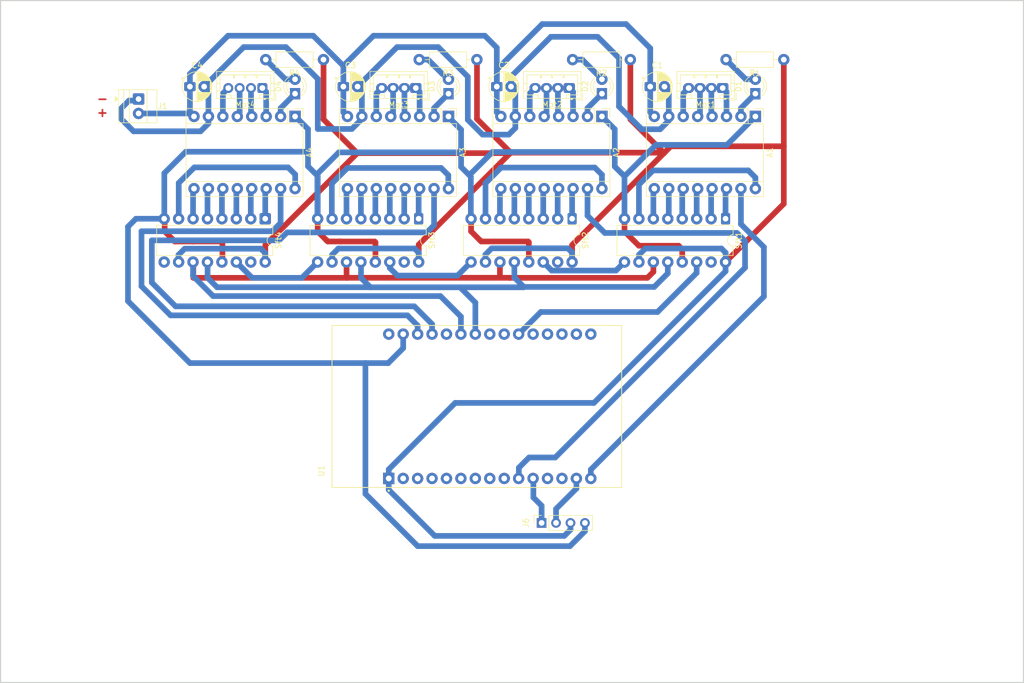
<source format=kicad_pcb>
(kicad_pcb (version 20241229) (generator "pcbnew") (generator_version "9.0")
  (layers (0 "F.Cu" signal) (2 "B.Cu" signal) (13 "F.Paste" user) (15 "B.Paste" user) (5 "F.SilkS" user "F.Silkscreen") (7 "B.SilkS" user "B.Silkscreen") (1 "F.Mask" user) (3 "B.Mask" user) (25 "Edge.Cuts" user))
  (net 0 "")
  (net 1 "GND")
  (net 5 "Net-(A1-~{FLT})")
  (net 6 "+3.3V")
  (net 13 "Net-(A2-~{FLT})")
  (net 15 "M1_SLP")
  (net 23 "M1_DIR")
  (net 24 "+12V")
  (net 25 "STP1")
  (net 26 "Net-(A1-B2)")
  (net 27 "M1_M2")
  (net 28 "I2C_SDA")
  (net 29 "I2C_SCL")
  (net 30 "M1_M1")
  (net 31 "M1_RST")
  (net 32 "M1_EN")
  (net 33 "M1_M0")
  (net 34 "M2_RST")
  (net 35 "M2_SLP")
  (net 36 "M2_M2")
  (net 37 "M2_DIR")
  (net 38 "M2_M0")
  (net 39 "M2_M1")
  (net 40 "Net-(A1-B1)")
  (net 41 "-12V")
  (net 42 "Net-(A1-A2)")
  (net 43 "Net-(A1-A1)")
  (net 44 "M2_EN")
  (net 45 "SER")
  (net 46 "Net-(A2-A1)")
  (net 47 "Net-(A3-B1)")
  (net 48 "Net-(A3-~{FLT})")
  (net 49 "Net-(A2-B2)")
  (net 50 "Net-(A3-A2)")
  (net 51 "Net-(A2-B1)")
  (net 52 "Net-(A2-A2)")
  (net 53 "M3_RST")
  (net 54 "Net-(A3-A1)")
  (net 55 "Net-(Sft1-QH')")
  (net 56 "M3_DIR")
  (net 57 "M3_M1")
  (net 58 "Net-(A3-B2)")
  (net 59 "STP3")
  (net 60 "M3_M0")
  (net 61 "M3_M2")
  (net 62 "M3_SLP")
  (net 63 "M3_EN")
  (net 64 "M4_M1")
  (net 65 "M4_EN")
  (net 66 "M4_M2")
  (net 67 "Net-(A4-A1)")
  (net 68 "STP4")
  (net 69 "Net-(D1-A)")
  (net 70 "Net-(D2-A)")
  (net 71 "Net-(A4-B2)")
  (net 72 "M4_DIR")
  (net 73 "RCLK")
  (net 74 "SRCLK")
  (net 76 "M4_M0")
  (net 77 "M4_SLP")
  (net 78 "Net-(A4-~{FLT})")
  (net 79 "Net-(A4-A2)")
  (net 80 "M4_RST")
  (net 81 "Net-(A4-B1)")
  (net 83 "Net-(D3-A)")
  (net 84 "Net-(D4-A)")
  (net 86 "Net-(Sft2-QH')")
  (net 88 "STP2")
  (net 89 "Net-(Sft3-QH')")
  (footprint "Capacitor_THT:CP_Radial_D5.0mm_P2.50mm" (layer "F.Cu") (at 99.72 49.74)
    (property "Reference" "C3")
    (property "Value" "100µF")
  )
  (footprint "Module:Pololu_Breakout-16_15.2x20.3mm" (layer "F.Cu") (at 172.22 54.99 -90)
    (property "Reference" "A1")
    (property "Value" "Drv1")
  )
  (footprint "Library:MODULE_ESP32_DEVKIT_V1" (layer "F.Cu") (at 123.22 105.99 90)
    (property "Reference" "U1")
    (property "Value" "ESP32-DEVKIT-V1")
  )
  (footprint "Resistor_THT:R_Axial_DIN0207_L6.3mm_D2.5mm_P10.16mm_Horizontal" (layer "F.Cu") (at 177.22 44.99 180)
    (property "Reference" "R1")
    (property "Value" "65")
  )
  (footprint "Package_DIP:DIP-16_W7.62mm" (layer "F.Cu") (at 85.97 72.99 -90)
    (property "Reference" "Sft4")
    (property "Value" "74HC596")
  )
  (footprint "LED_THT:LED_D3.0mm" (layer "F.Cu") (at 145.22 50.99 90)
    (property "Reference" "D2")
    (property "Value" "LED")
  )
  (footprint "Module:Pololu_Breakout-16_15.2x20.3mm" (layer "F.Cu") (at 118.22 54.99 -90)
    (property "Reference" "A3")
    (property "Value" "Drv1")
  )
  (footprint "Connector_JST:JST_PH_B4B-PH-K_1x04_P2.00mm_Vertical" (layer "F.Cu") (at 139.47 49.99 180)
    (property "Reference" "Mot2")
    (property "Value" "Conn_01x04_Socket")
  )
  (footprint "Resistor_THT:R_Axial_DIN0207_L6.3mm_D2.5mm_P10.16mm_Horizontal" (layer "F.Cu") (at 96.22 44.99 180)
    (property "Reference" "R4")
    (property "Value" "65")
  )
  (footprint "Capacitor_THT:CP_Radial_D5.0mm_P2.50mm" (layer "F.Cu") (at 126.72 49.74)
    (property "Reference" "C2")
    (property "Value" "100µF")
  )
  (footprint "LED_THT:LED_D3.0mm" (layer "F.Cu") (at 118.22 50.99 90)
    (property "Reference" "D3")
    (property "Value" "LED")
  )
  (footprint "Resistor_THT:R_Axial_DIN0207_L6.3mm_D2.5mm_P10.16mm_Horizontal" (layer "F.Cu") (at 123.22 44.99 180)
    (property "Reference" "R3")
    (property "Value" "65")
  )
  (footprint "LED_THT:LED_D3.0mm" (layer "F.Cu") (at 172.22 50.99 90)
    (property "Reference" "D1")
    (property "Value" "LED")
  )
  (footprint "Connector_JST:JST_PH_B4B-PH-K_1x04_P2.00mm_Vertical" (layer "F.Cu") (at 166.47 49.99 180)
    (property "Reference" "Mot1")
    (property "Value" "Conn_01x04_Socket")
  )
  (footprint "Connector_PinSocket_2.54mm:PinSocket_1x04_P2.54mm_Vertical" (layer "F.Cu") (at 134.605 126.515 90)
    (property "Reference" "J6")
    (property "Value" "OLED Display I2C")
  )
  (footprint "Resistor_THT:R_Axial_DIN0207_L6.3mm_D2.5mm_P10.16mm_Horizontal" (layer "F.Cu") (at 150.22 44.99 180)
    (property "Reference" "R2")
    (property "Value" "65")
  )
  (footprint "Connector_JST:JST_PH_B4B-PH-K_1x04_P2.00mm_Vertical" (layer "F.Cu") (at 85.47 49.99 180)
    (property "Reference" "Mot4")
    (property "Value" "Conn_01x04_Socket")
  )
  (footprint "Package_DIP:DIP-16_W7.62mm" (layer "F.Cu") (at 112.97 72.99 -90)
    (property "Reference" "Sft3")
    (property "Value" "74HC596")
  )
  (footprint "Package_DIP:DIP-16_W7.62mm" (layer "F.Cu") (at 166.97 72.99 -90)
    (property "Reference" "Sft1")
    (property "Value" "74HC596")
  )
  (footprint "Connector_JST:JST_PH_B4B-PH-K_1x04_P2.00mm_Vertical" (layer "F.Cu") (at 112.47 49.99 180)
    (property "Reference" "Mot3")
    (property "Value" "Conn_01x04_Socket")
  )
  (footprint "Module:Pololu_Breakout-16_15.2x20.3mm" (layer "F.Cu") (at 91.22 54.99 -90)
    (property "Reference" "A4")
    (property "Value" "Drv1")
  )
  (footprint "Package_DIP:DIP-16_W7.62mm" (layer "F.Cu") (at 139.97 72.99 -90)
    (property "Reference" "Sft2")
    (property "Value" "74HC596")
  )
  (footprint "LED_THT:LED_D3.0mm" (layer "F.Cu") (at 91.22 50.99 90)
    (property "Reference" "D4")
    (property "Value" "LED")
  )
  (footprint "Module:Pololu_Breakout-16_15.2x20.3mm" (layer "F.Cu") (at 145.22 54.99 -90)
    (property "Reference" "A2")
    (property "Value" "Drv1")
  )
  (footprint "Capacitor_THT:CP_Radial_D5.0mm_P2.50mm" (layer "F.Cu") (at 153.72 49.74)
    (property "Reference" "C1")
    (property "Value" "100µF")
  )
  (footprint "Capacitor_THT:CP_Radial_D5.0mm_P2.50mm" (layer "F.Cu") (at 72.72 49.74)
    (property "Reference" "C4")
    (property "Value" "100µF")
  )
  (footprint "TerminalBlock:TerminalBlock_Xinya_XY308-2.54-2P_1x02_P2.54mm_Horizontal" (layer "F.Cu") (at 63.6825 51.925 -90)
    (property "Reference" "J1")
    (property "Value" "12 Power Supply Input")
  )
  (gr_rect (start 39.4 34.6) (end 219.4 154.6) (stroke (width 0.2)) (fill no) (layer "Edge.Cuts"))
  (gr_text "+\n-" (at 56.2 51.2 180) (layer "F.Cu") (effects (font (size 1.5 1.5) (thickness 0.3) (bold yes)) (justify left bottom mirror)))
  (segment (start 96.743784 76.767309) (end 96.753784 76.767309) (width 1) (layer "F.Cu") (net 1))
  (segment (start 69.819843 76.752913) (end 69.829843 76.752913) (width 1) (layer "F.Cu") (net 1))
  (segment (start 96.976475 76.99) (end 99.22 76.99) (width 1) (layer "F.Cu") (net 1))
  (segment (start 132.35531 77.12531) (end 132.35531 80.615309) (width 1) (layer "F.Cu") (net 1))
  (segment (start 122.19531 72.995309) (end 122.19531 75.215309) (width 1) (layer "F.Cu") (net 1))
  (segment (start 150.73 76.75) (end 150.74 76.75) (width 1) (layer "F.Cu") (net 1))
  (segment (start 95.203784 75.227309) (end 96.743784 76.767309) (width 1) (layer "F.Cu") (net 1))
  (segment (start 70.06693 76.99) (end 73.22 76.99) (width 1) (layer "F.Cu") (net 1))
  (segment (start 69.829843 76.752913) (end 70.06693 76.99) (width 1) (layer "F.Cu") (net 1))
  (segment (start 99.232 77.002) (end 105.228474 77.002) (width 1) (layer "F.Cu") (net 1))
  (segment (start 149.19 72.99) (end 149.19 75.21) (width 1) (layer "F.Cu") (net 1))
  (segment (start 68.279843 75.212913) (end 69.819843 76.752913) (width 1) (layer "F.Cu") (net 1))
  (segment (start 105.363784 77.13731) (end 105.363784 80.627309) (width 1) (layer "F.Cu") (net 1))
  (segment (start 149.19 75.21) (end 150.73 76.75) (width 1) (layer "F.Cu") (net 1))
  (segment (start 95.203784 73.007309) (end 95.203784 75.227309) (width 1) (layer "F.Cu") (net 1))
  (segment (start 105.228474 77.002) (end 105.363784 77.13731) (width 1) (layer "F.Cu") (net 1))
  (segment (start 150.74 76.75) (end 151.73 77.74) (width 1) (layer "F.Cu") (net 1))
  (segment (start 78.439843 77.122914) (end 78.439843 80.612913) (width 1) (layer "F.Cu") (net 1))
  (segment (start 99.22 76.99) (end 99.232 77.002) (width 1) (layer "F.Cu") (net 1))
  (segment (start 158.72 77.74) (end 151.73 77.74) (width 1) (layer "F.Cu") (net 1))
  (segment (start 123.74531 76.755309) (end 123.980001 76.99) (width 1) (layer "F.Cu") (net 1))
  (segment (start 159.35 78.37) (end 158.72 77.74) (width 1) (layer "F.Cu") (net 1))
  (segment (start 132.22 76.99) (end 132.35531 77.12531) (width 1) (layer "F.Cu") (net 1))
  (segment (start 122.19531 75.215309) (end 123.73531 76.755309) (width 1) (layer "F.Cu") (net 1))
  (segment (start 73.22 76.99) (end 73.222396 76.987604) (width 1) (layer "F.Cu") (net 1))
  (segment (start 123.980001 76.99) (end 132.22 76.99) (width 1) (layer "F.Cu") (net 1))
  (segment (start 159.35 78.37) (end 159.35 80.61) (width 1) (layer "F.Cu") (net 1))
  (segment (start 123.73531 76.755309) (end 123.74531 76.755309) (width 1) (layer "F.Cu") (net 1))
  (segment (start 68.279843 72.992913) (end 68.279843 75.212913) (width 1) (layer "F.Cu") (net 1))
  (segment (start 73.222396 76.987604) (end 78.304533 76.987604) (width 1) (layer "F.Cu") (net 1))
  (segment (start 96.753784 76.767309) (end 96.976475 76.99) (width 1) (layer "F.Cu") (net 1))
  (segment (start 78.304533 76.987604) (end 78.439843 77.122914) (width 1) (layer "F.Cu") (net 1))
  (segment (start 93.496262 57.20798) (end 93.496262 61.202671) (width 1) (layer "B.Cu") (net 1))
  (segment (start 110.245 95.765) (end 110.245 93.29) (width 1) (layer "B.Cu") (net 1))
  (segment (start 122.151285 65.058715) (end 125.97 61.24) (width 1) (layer "B.Cu") (net 1))
  (segment (start 68.19 72.99) (end 63.22 72.99) (width 1) (layer "B.Cu") (net 1))
  (segment (start 122.151285 65.588917) (end 120.436595 63.874227) (width 1) (layer "B.Cu") (net 1))
  (segment (start 95.151285 73.058917) (end 95.151285 65.088917) (width 1) (layer "B.Cu") (net 1))
  (segment (start 147.47531 63.80531) (end 149.19 65.52) (width 1) (layer "B.Cu") (net 1))
  (segment (start 147.47531 61.24) (end 147.47531 63.80531) (width 1) (layer "B.Cu") (net 1))
  (segment (start 71.990952 61.202671) (end 93.496262 61.202671) (width 1) (layer "B.Cu") (net 1))
  (segment (start 167.22 59.99) (end 172.22 54.99) (width 1) (layer "B.Cu") (net 1))
  (segment (start 91.246262 54.95798) (end 93.496262 57.20798) (width 1) (layer "B.Cu") (net 1))
  (segment (start 103.6 98.39) (end 107.62 98.39) (width 1) (layer "B.Cu") (net 1))
  (segment (start 68.210952 72.952671) (end 68.210952 64.982671) (width 1) (layer "B.Cu") (net 1))
  (segment (start 145.22531 54.995309) (end 147.47531 57.245309) (width 1) (layer "B.Cu") (net 1))
  (segment (start 95.151285 65.088917) (end 98.931285 61.308917) (width 1) (layer "B.Cu") (net 1))
  (segment (start 95.210952 65.482671) (end 93.496262 63.767981) (width 1) (layer "B.Cu") (net 1))
  (segment (start 122.151285 73.058917) (end 122.151285 65.588917) (width 1) (layer "B.Cu") (net 1))
  (segment (start 95.210952 72.952671) (end 95.210952 65.482671) (width 1) (layer "B.Cu") (net 1))
  (segment (start 103.6 121.4) (end 103.6 98.39) (width 1) (layer "B.Cu") (net 1))
  (segment (start 112.8 130.6) (end 103.6 121.4) (width 1) (layer "B.Cu") (net 1))
  (segment (start 142.225 126.515) (end 142.225 127.975) (width 1) (layer "B.Cu") (net 1))
  (segment (start 139.6 130.6) (end 112.8 130.6) (width 1) (layer "B.Cu") (net 1))
  (segment (start 72.72153 98.39) (end 103.6 98.39) (width 1) (layer "B.Cu") (net 1))
  (segment (start 107.62 98.39) (end 110.245 95.765) (width 1) (layer "B.Cu") (net 1))
  (segment (start 125.97 61.24) (end 147.47531 61.24) (width 1) (layer "B.Cu") (net 1))
  (segment (start 142.225 127.975) (end 139.6 130.6) (width 1) (layer "B.Cu") (net 1))
  (segment (start 68.210952 64.982671) (end 71.990952 61.202671) (width 1) (layer "B.Cu") (net 1))
  (segment (start 63.22 72.99) (end 61.82 74.39) (width 1) (layer "B.Cu") (net 1))
  (segment (start 120.436595 63.874227) (end 120.436595 61.308917) (width 1) (layer "B.Cu") (net 1))
  (segment (start 61.82 87.48847) (end 72.72153 98.39) (width 1) (layer "B.Cu") (net 1))
  (segment (start 149.19 65.52) (end 154.72 59.99) (width 1) (layer "B.Cu") (net 1))
  (segment (start 154.72 59.99) (end 167.22 59.99) (width 1) (layer "B.Cu") (net 1))
  (segment (start 98.931285 61.308917) (end 120.436595 61.308917) (width 1) (layer "B.Cu") (net 1))
  (segment (start 147.47531 57.245309) (end 147.47531 61.24) (width 1) (layer "B.Cu") (net 1))
  (segment (start 61.82 74.39) (end 61.82 87.48847) (width 1) (layer "B.Cu") (net 1))
  (segment (start 93.496262 63.767981) (end 93.496262 61.202671) (width 1) (layer "B.Cu") (net 1))
  (segment (start 118.186595 55.064226) (end 120.436595 57.314226) (width 1) (layer "B.Cu") (net 1))
  (segment (start 122.19 72.99) (end 122.151285 72.951285) (width 1) (layer "B.Cu") (net 1))
  (segment (start 120.436595 57.314226) (end 120.436595 61.308917) (width 1) (layer "B.Cu") (net 1))
  (segment (start 149.19 72.99) (end 149.19 65.52) (width 1) (layer "B.Cu") (net 1))
  (segment (start 172.22 50.99) (end 169.68 53.53) (width 1) (layer "B.Cu") (net 5))
  (segment (start 169.68 53.53) (end 169.68 54.99) (width 1) (layer "B.Cu") (net 5))
  (segment (start 129.166317 61.361784) (end 112.981317 77.546784) (width 1) (layer "F.Cu") (net 6))
  (segment (start 123.231317 55.426784) (end 129.166317 61.361784) (width 1) (layer "F.Cu") (net 6))
  (segment (start 177.22 60.24) (end 177.22 44.99) (width 1) (layer "F.Cu") (net 6))
  (segment (start 156.091784 61.361784) (end 156.155 61.425) (width 1) (layer "F.Cu") (net 6))
  (segment (start 129.08115 61.446951) (end 129.166317 61.361784) (width 1) (layer "F.Cu") (net 6))
  (segment (start 96.231055 55.511951) (end 102.166055 61.446951) (width 1) (layer "F.Cu") (net 6))
  (segment (start 112.981317 77.546784) (end 112.981317 80.546784) (width 1) (layer "F.Cu") (net 6))
  (segment (start 157.34 60.24) (end 177.22 60.24) (width 1) (layer "F.Cu") (net 6))
  (segment (start 156.155 61.425) (end 139.97 77.61) (width 1) (layer "F.Cu") (net 6))
  (segment (start 85.981055 77.631951) (end 85.981055 80.631951) (width 1) (layer "F.Cu") (net 6))
  (segment (start 139.97 77.61) (end 139.97 80.61) (width 1) (layer "F.Cu") (net 6))
  (segment (start 166.97 80.61) (end 177.22 70.36) (width 1) (layer "F.Cu") (net 6))
  (segment (start 129.166317 61.361784) (end 156.091784 61.361784) (width 1) (layer "F.Cu") (net 6))
  (segment (start 177.22 70.36) (end 177.22 60.24) (width 1) (layer "F.Cu") (net 6))
  (segment (start 150.22 55.49) (end 156.155 61.425) (width 1) (layer "F.Cu") (net 6))
  (segment (start 96.231055 45.011951) (end 96.231055 55.511951) (width 1) (layer "F.Cu") (net 6))
  (segment (start 150.22 44.99) (end 150.22 55.49) (width 1) (layer "F.Cu") (net 6))
  (segment (start 102.166055 61.446951) (end 129.08115 61.446951) (width 1) (layer "F.Cu") (net 6))
  (segment (start 156.155 61.425) (end 157.34 60.24) (width 1) (layer "F.Cu") (net 6))
  (segment (start 123.231317 44.926784) (end 123.231317 55.426784) (width 1) (layer "F.Cu") (net 6))
  (segment (start 102.166055 61.446951) (end 85.981055 77.631951) (width 1) (layer "F.Cu") (net 6))
  (segment (start 70.71137 80.679432) (end 70.71137 79.349432) (width 1) (layer "B.Cu") (net 6))
  (segment (start 97.749612 79.317121) (end 98.839612 78.227121) (width 1) (layer "B.Cu") (net 6))
  (segment (start 124.73 80.61) (end 124.73 79.28) (width 1) (layer "B.Cu") (net 6))
  (segment (start 139.97 78.94) (end 139.97 80.61) (width 1) (layer "B.Cu") (net 6))
  (segment (start 151.752817 79.321906) (end 152.842817 78.231906) (width 1) (layer "B.Cu") (net 6))
  (segment (start 70.71137 79.349432) (end 71.80137 78.259432) (width 1) (layer "B.Cu") (net 6))
  (segment (start 166.242817 78.231906) (end 166.992817 78.981906) (width 1) (layer "B.Cu") (net 6))
  (segment (start 112.989612 78.977121) (end 112.989612 80.647121) (width 1) (layer "B.Cu") (net 6))
  (segment (start 138.6 128.8) (end 115.8 128.8) (width 1) (layer "B.Cu") (net 6))
  (segment (start 98.839612 78.227121) (end 112.239612 78.227121) (width 1) (layer "B.Cu") (net 6))
  (segment (start 115.8 128.8) (end 107.705 120.705) (width 1) (layer "B.Cu") (net 6))
  (segment (start 97.749612 80.647121) (end 97.749612 79.317121) (width 1) (layer "B.Cu") (net 6))
  (segment (start 107.705 118.69) (end 107.705 117.095) (width 1) (layer "B.Cu") (net 6))
  (segment (start 125.82 78.19) (end 139.22 78.19) (width 1) (layer "B.Cu") (net 6))
  (segment (start 124.73 79.28) (end 125.82 78.19) (width 1) (layer "B.Cu") (net 6))
  (segment (start 166.97 82.23) (end 166.97 80.61) (width 1) (layer "B.Cu") (net 6))
  (segment (start 119.4 105.4) (end 143.8 105.4) (width 1) (layer "B.Cu") (net 6))
  (segment (start 71.80137 78.259432) (end 85.20137 78.259432) (width 1) (layer "B.Cu") (net 6))
  (segment (start 152.842817 78.231906) (end 166.242817 78.231906) (width 1) (layer "B.Cu") (net 6))
  (segment (start 139.22 78.19) (end 139.97 78.94) (width 1) (layer "B.Cu") (net 6))
  (segment (start 85.95137 79.009432) (end 85.95137 80.679432) (width 1) (layer "B.Cu") (net 6))
  (segment (start 112.239612 78.227121) (end 112.989612 78.977121) (width 1) (layer "B.Cu") (net 6))
  (segment (start 139.685 126.515) (end 139.685 127.715) (width 1) (layer "B.Cu") (net 6))
  (segment (start 151.752817 80.651906) (end 151.752817 79.321906) (width 1) (layer "B.Cu") (net 6))
  (segment (start 166.992817 78.981906) (end 166.992817 80.651906) (width 1) (layer "B.Cu") (net 6))
  (segment (start 143.8 105.4) (end 166.97 82.23) (width 1) (layer "B.Cu") (net 6))
  (segment (start 107.705 117.095) (end 119.4 105.4) (width 1) (layer "B.Cu") (net 6))
  (segment (start 85.20137 78.259432) (end 85.95137 79.009432) (width 1) (layer "B.Cu") (net 6))
  (segment (start 139.685 127.715) (end 138.6 128.8) (width 1) (layer "B.Cu") (net 6))
  (segment (start 107.705 120.705) (end 107.705 118.69) (width 1) (layer "B.Cu") (net 6))
  (segment (start 142.68 53.53) (end 142.68 54.99) (width 1) (layer "B.Cu") (net 13))
  (segment (start 145.22 50.99) (end 142.68 53.53) (width 1) (layer "B.Cu") (net 13))
  (segment (start 166.97 72.99) (end 166.97 67.86) (width 1) (layer "B.Cu") (net 15))
  (segment (start 166.97 67.86) (end 167.14 67.69) (width 1) (layer "B.Cu") (net 15))
  (segment (start 172.22 65.74) (end 172.22 67.69) (width 1) (layer "B.Cu") (net 23))
  (segment (start 170.97 64.49) (end 172.22 65.74) (width 1) (layer "B.Cu") (net 23))
  (segment (start 151.73 72.99) (end 151.73 66.98) (width 1) (layer "B.Cu") (net 23))
  (segment (start 151.73 66.98) (end 154.22 64.49) (width 1) (layer "B.Cu") (net 23))
  (segment (start 154.22 64.49) (end 170.97 64.49) (width 1) (layer "B.Cu") (net 23))
  (segment (start 154.44 54.99) (end 153.72 54.27) (width 1) (layer "B.Cu") (net 24))
  (segment (start 99.72 49.74) (end 99.72 54.27) (width 1) (layer "B.Cu") (net 24))
  (segment (start 126.72 46.74) (end 126.72 49.74) (width 1) (layer "B.Cu") (net 24))
  (segment (start 99.72 46.09) (end 99.72 49.74) (width 1) (layer "B.Cu") (net 24))
  (segment (start 126.72 42.89) (end 124.62 40.79) (width 1) (layer "B.Cu") (net 24))
  (segment (start 126.72 49.74) (end 126.72 54.27) (width 1) (layer "B.Cu") (net 24))
  (segment (start 72.72 49.74) (end 72.72 54.27) (width 1) (layer "B.Cu") (net 24))
  (segment (start 153.72 54.27) (end 153.72 49.74) (width 1) (layer "B.Cu") (net 24))
  (segment (start 124.62 40.79) (end 105.02 40.79) (width 1) (layer "B.Cu") (net 24))
  (segment (start 149.47 38.74) (end 134.72 38.74) (width 1) (layer "B.Cu") (net 24))
  (segment (start 94.42 40.79) (end 99.72 46.09) (width 1) (layer "B.Cu") (net 24))
  (segment (start 79.42 40.79) (end 94.42 40.79) (width 1) (layer "B.Cu") (net 24))
  (segment (start 134.72 38.74) (end 126.72 46.74) (width 1) (layer "B.Cu") (net 24))
  (segment (start 63.6825 54.465) (end 72.915 54.465) (width 1) (layer "B.Cu") (net 24))
  (segment (start 72.72 49.74) (end 72.72 47.49) (width 1) (layer "B.Cu") (net 24))
  (segment (start 105.02 40.79) (end 99.72 46.09) (width 1) (layer "B.Cu") (net 24))
  (segment (start 153.72 49.74) (end 153.72 42.99) (width 1) (layer "B.Cu") (net 24))
  (segment (start 72.72 47.49) (end 79.42 40.79) (width 1) (layer "B.Cu") (net 24))
  (segment (start 153.72 42.99) (end 149.47 38.74) (width 1) (layer "B.Cu") (net 24))
  (segment (start 72.72 54.27) (end 73.44 54.99) (width 1) (layer "B.Cu") (net 24))
  (segment (start 126.72 49.74) (end 126.72 42.89) (width 1) (layer "B.Cu") (net 24))
  (segment (start 99.72 54.27) (end 100.44 54.99) (width 1) (layer "B.Cu") (net 24))
  (segment (start 72.915 54.465) (end 73.44 54.99) (width 1) (layer "B.Cu") (net 24))
  (segment (start 126.72 54.27) (end 127.44 54.99) (width 1) (layer "B.Cu") (net 24))
  (segment (start 169.68 73.95) (end 173.72 77.99) (width 1) (layer "B.Cu") (net 25))
  (segment (start 143.265 117.135) (end 143.265 118.69) (width 1) (layer "B.Cu") (net 25))
  (segment (start 169.68 67.69) (end 169.68 73.95) (width 1) (layer "B.Cu") (net 25))
  (segment (start 173.72 77.99) (end 173.72 86.68) (width 1) (layer "B.Cu") (net 25))
  (segment (start 173.72 86.68) (end 143.265 117.135) (width 1) (layer "B.Cu") (net 25))
  (segment (start 159.52 54.99) (end 159.52 50.94) (width 1) (layer "B.Cu") (net 26))
  (segment (start 159.52 50.94) (end 160.47 49.99) (width 1) (layer "B.Cu") (net 26))
  (segment (start 161.89 67.86) (end 162.06 67.69) (width 1) (layer "B.Cu") (net 27))
  (segment (start 161.89 72.99) (end 161.89 67.86) (width 1) (layer "B.Cu") (net 27))
  (segment (start 133.155 122.04) (end 133.155 118.74) (width 1) (layer "B.Cu") (net 28))
  (segment (start 134.605 123.49) (end 133.155 122.04) (width 1) (layer "B.Cu") (net 28))
  (segment (start 133.155 118.74) (end 133.105 118.69) (width 1) (layer "B.Cu") (net 28))
  (segment (start 134.605 126.515) (end 134.605 123.49) (width 1) (layer "B.Cu") (net 28))
  (segment (start 140.725 118.69) (end 140.725 120.47) (width 1) (layer "B.Cu") (net 29))
  (segment (start 140.725 120.47) (end 137.145 124.05) (width 1) (layer "B.Cu") (net 29))
  (segment (start 137.145 124.05) (end 137.145 126.515) (width 1) (layer "B.Cu") (net 29))
  (segment (start 159.35 72.99) (end 159.35 67.86) (width 1) (layer "B.Cu") (net 30))
  (segment (start 159.35 67.86) (end 159.52 67.69) (width 1) (layer "B.Cu") (net 30))
  (segment (start 164.43 72.99) (end 164.43 67.86) (width 1) (layer "B.Cu") (net 31))
  (segment (start 164.43 67.86) (end 164.6 67.69) (width 1) (layer "B.Cu") (net 31))
  (segment (start 154.27 72.99) (end 154.27 67.86) (width 1) (layer "B.Cu") (net 32))
  (segment (start 154.27 67.86) (end 154.44 67.69) (width 1) (layer "B.Cu") (net 32))
  (segment (start 156.98 67.69) (end 156.98 72.82) (width 1) (layer "B.Cu") (net 33))
  (segment (start 156.98 72.82) (end 156.81 72.99) (width 1) (layer "B.Cu") (net 33))
  (segment (start 137.43 72.99) (end 137.43 67.86) (width 1) (layer "B.Cu") (net 34))
  (segment (start 137.43 67.86) (end 137.6 67.69) (width 1) (layer "B.Cu") (net 34))
  (segment (start 139.97 67.86) (end 140.14 67.69) (width 1) (layer "B.Cu") (net 35))
  (segment (start 139.97 72.99) (end 139.97 67.86) (width 1) (layer "B.Cu") (net 35))
  (segment (start 134.89 72.99) (end 134.89 67.86) (width 1) (layer "B.Cu") (net 36))
  (segment (start 134.89 67.86) (end 135.06 67.69) (width 1) (layer "B.Cu") (net 36))
  (segment (start 143.97 63.99) (end 145.22 65.24) (width 1) (layer "B.Cu") (net 37))
  (segment (start 145.22 65.24) (end 145.22 67.69) (width 1) (layer "B.Cu") (net 37))
  (segment (start 124.73 72.99) (end 124.73 66.73) (width 1) (layer "B.Cu") (net 37))
  (segment (start 127.47 63.99) (end 143.97 63.99) (width 1) (layer "B.Cu") (net 37))
  (segment (start 124.73 66.73) (end 127.47 63.99) (width 1) (layer "B.Cu") (net 37))
  (segment (start 129.81 67.86) (end 129.98 67.69) (width 1) (layer "B.Cu") (net 38))
  (segment (start 129.81 72.99) (end 129.81 67.86) (width 1) (layer "B.Cu") (net 38))
  (segment (start 132.35 67.86) (end 132.52 67.69) (width 1) (layer "B.Cu") (net 39))
  (segment (start 132.35 72.99) (end 132.35 67.86) (width 1) (layer "B.Cu") (net 39))
  (segment (start 162.47 49.99) (end 162.47 54.58) (width 1) (layer "B.Cu") (net 40))
  (segment (start 162.47 54.58) (end 162.06 54.99) (width 1) (layer "B.Cu") (net 40))
  (segment (start 148.22 53.24) (end 148.22 44.728564) (width 1) (layer "B.Cu") (net 41))
  (segment (start 60.6 53.6) (end 60.6 55.4) (width 1) (layer "B.Cu") (net 41))
  (segment (start 101.22 57.19) (end 102.98 55.43) (width 1) (layer "B.Cu") (net 41))
  (segment (start 121.62 47.99) (end 116.42 42.79) (width 1) (layer "B.Cu") (net 41))
  (segment (start 156.98 54.99) (end 156.98 50.5) (width 1) (layer "B.Cu") (net 41))
  (segment (start 63.6825 51.925) (end 63.4075 52.2) (width 1) (layer "B.Cu") (net 41))
  (segment (start 152.22 57.24) (end 148.22 53.24) (width 1) (layer "B.Cu") (net 41))
  (segment (start 136.231436 40.978564) (end 129.22 47.99) (width 1) (layer "B.Cu") (net 41))
  (segment (start 74.6 57.6) (end 75.98 56.22) (width 1) (layer "B.Cu") (net 41))
  (segment (start 102.98 54.99) (end 102.98 50.5) (width 1) (layer "B.Cu") (net 41))
  (segment (start 102.98 50.5) (end 102.22 49.74) (width 1) (layer "B.Cu") (net 41))
  (segment (start 116.42 42.79) (end 109.17 42.79) (width 1) (layer "B.Cu") (net 41))
  (segment (start 82.17 42.79) (end 89.62 42.79) (width 1) (layer "B.Cu") (net 41))
  (segment (start 129.98 54.99) (end 129.98 57.03) (width 1) (layer "B.Cu") (net 41))
  (segment (start 75.98 54.99) (end 75.98 50.5) (width 1) (layer "B.Cu") (net 41))
  (segment (start 63.4075 52.2) (end 62 52.2) (width 1) (layer "B.Cu") (net 41))
  (segment (start 148.22 44.728564) (end 144.47 40.978564) (width 1) (layer "B.Cu") (net 41))
  (segment (start 156.98 55.73) (end 155.47 57.24) (width 1) (layer "B.Cu") (net 41))
  (segment (start 128.82 58.19) (end 124.22 58.19) (width 1) (layer "B.Cu") (net 41))
  (segment (start 102.98 55.43) (end 102.98 54.99) (width 1) (layer "B.Cu") (net 41))
  (segment (start 109.17 42.79) (end 102.22 49.74) (width 1) (layer "B.Cu") (net 41))
  (segment (start 62 52.2) (end 60.6 53.6) (width 1) (layer "B.Cu") (net 41))
  (segment (start 75.22 49.74) (end 82.17 42.79) (width 1) (layer "B.Cu") (net 41))
  (segment (start 124.22 58.19) (end 121.62 55.59) (width 1) (layer "B.Cu") (net 41))
  (segment (start 155.47 57.24) (end 152.22 57.24) (width 1) (layer "B.Cu") (net 41))
  (segment (start 129.22 47.99) (end 129.22 49.74) (width 1) (layer "B.Cu") (net 41))
  (segment (start 129.98 57.03) (end 128.82 58.19) (width 1) (layer "B.Cu") (net 41))
  (segment (start 60.6 55.4) (end 62.8 57.6) (width 1) (layer "B.Cu") (net 41))
  (segment (start 129.98 54.99) (end 129.98 50.5) (width 1) (layer "B.Cu") (net 41))
  (segment (start 129.98 50.5) (end 129.22 49.74) (width 1) (layer "B.Cu") (net 41))
  (segment (start 75.98 50.5) (end 75.22 49.74) (width 1) (layer "B.Cu") (net 41))
  (segment (start 144.47 40.978564) (end 136.231436 40.978564) (width 1) (layer "B.Cu") (net 41))
  (segment (start 95.22 48.39) (end 95.22 57.19) (width 1) (layer "B.Cu") (net 41))
  (segment (start 156.98 54.99) (end 156.98 55.73) (width 1) (layer "B.Cu") (net 41))
  (segment (start 121.62 55.59) (end 121.62 47.99) (width 1) (layer "B.Cu") (net 41))
  (segment (start 62.8 57.6) (end 74.6 57.6) (width 1) (layer "B.Cu") (net 41))
  (segment (start 95.22 57.19) (end 101.22 57.19) (width 1) (layer "B.Cu") (net 41))
  (segment (start 89.62 42.79) (end 95.22 48.39) (width 1) (layer "B.Cu") (net 41))
  (segment (start 156.98 50.5) (end 156.22 49.74) (width 1) (layer "B.Cu") (net 41))
  (segment (start 75.98 56.22) (end 75.98 54.99) (width 1) (layer "B.Cu") (net 41))
  (segment (start 167.14 50.66) (end 166.47 49.99) (width 1) (layer "B.Cu") (net 42))
  (segment (start 167.14 54.99) (end 167.14 50.66) (width 1) (layer "B.Cu") (net 42))
  (segment (start 164.47 49.99) (end 164.47 54.86) (width 1) (layer "B.Cu") (net 43))
  (segment (start 164.47 54.86) (end 164.6 54.99) (width 1) (layer "B.Cu") (net 43))
  (segment (start 127.27 72.99) (end 127.27 67.86) (width 1) (layer "B.Cu") (net 44))
  (segment (start 127.27 67.86) (end 127.44 67.69) (width 1) (layer "B.Cu") (net 44))
  (segment (start 155 89.4) (end 134.455 89.4) (width 1) (layer "B.Cu") (net 45))
  (segment (start 161.89 82.51) (end 155 89.4) (width 1) (layer "B.Cu") (net 45))
  (segment (start 161.89 80.61) (end 161.89 82.51) (width 1) (layer "B.Cu") (net 45))
  (segment (start 134.455 89.4) (end 130.565 93.29) (width 1) (layer "B.Cu") (net 45))
  (segment (start 137.47 54.86) (end 137.6 54.99) (width 1) (layer "B.Cu") (net 46))
  (segment (start 137.47 49.99) (end 137.47 54.86) (width 1) (layer "B.Cu") (net 46))
  (segment (start 108.47 54.58) (end 108.06 54.99) (width 1) (layer "B.Cu") (net 47))
  (segment (start 108.47 49.99) (end 108.47 54.58) (width 1) (layer "B.Cu") (net 47))
  (segment (start 115.68 54.99) (end 115.68 53.53) (width 1) (layer "B.Cu") (net 48))
  (segment (start 115.68 53.53) (end 118.22 50.99) (width 1) (layer "B.Cu") (net 48))
  (segment (start 132.52 50.94) (end 133.47 49.99) (width 1) (layer "B.Cu") (net 49))
  (segment (start 132.52 54.99) (end 132.52 50.94) (width 1) (layer "B.Cu") (net 49))
  (segment (start 113.14 50.66) (end 112.47 49.99) (width 1) (layer "B.Cu") (net 50))
  (segment (start 113.14 54.99) (end 113.14 50.66) (width 1) (layer "B.Cu") (net 50))
  (segment (start 135.47 49.99) (end 135.47 54.58) (width 1) (layer "B.Cu") (net 51))
  (segment (start 135.47 54.58) (end 135.06 54.99) (width 1) (layer "B.Cu") (net 51))
  (segment (start 140.14 54.99) (end 140.14 50.66) (width 1) (layer "B.Cu") (net 52))
  (segment (start 140.14 50.66) (end 139.47 49.99) (width 1) (layer "B.Cu") (net 52))
  (segment (start 110.43 72.99) (end 110.43 67.86) (width 1) (layer "B.Cu") (net 53))
  (segment (start 110.43 67.86) (end 110.6 67.69) (width 1) (layer "B.Cu") (net 53))
  (segment (start 110.47 54.86) (end 110.6 54.99) (width 1) (layer "B.Cu") (net 54))
  (segment (start 110.47 49.99) (end 110.47 54.86) (width 1) (layer "B.Cu") (net 54))
  (segment (start 134.89 80.61) (end 136.391 82.111) (width 1) (layer "B.Cu") (net 55))
  (segment (start 147.689 82.111) (end 149.19 80.61) (width 1) (layer "B.Cu") (net 55))
  (segment (start 147.689 82.111) (end 136.391 82.111) (width 1) (layer "B.Cu") (net 55))
  (segment (start 97.691285 66.798917) (end 100.431285 64.058917) (width 1) (layer "B.Cu") (net 56))
  (segment (start 97.691285 73.058917) (end 97.691285 66.798917) (width 1) (layer "B.Cu") (net 56))
  (segment (start 116.931285 64.058917) (end 118.181285 65.308917) (width 1) (layer "B.Cu") (net 56))
  (segment (start 118.181285 65.308917) (end 118.181285 67.758917) (width 1) (layer "B.Cu") (net 56))
  (segment (start 100.431285 64.058917) (end 116.931285 64.058917) (width 1) (layer "B.Cu") (net 56))
  (segment (start 105.35 67.86) (end 105.52 67.69) (width 1) (layer "B.Cu") (net 57))
  (segment (start 105.35 72.99) (end 105.35 67.86) (width 1) (layer "B.Cu") (net 57))
  (segment (start 105.52 50.94) (end 106.47 49.99) (width 1) (layer "B.Cu") (net 58))
  (segment (start 105.52 54.99) (end 105.52 50.94) (width 1) (layer "B.Cu") (net 58))
  (segment (start 66.02 76.79) (end 66.02 84.22) (width 1) (layer "B.Cu") (net 59))
  (segment (start 115.68 74.13) (end 114.42 75.39) (width 1) (layer "B.Cu") (net 59))
  (segment (start 112.2 88.4) (end 115.325 91.525) (width 1) (layer "B.Cu") (net 59))
  (segment (start 89.82 75.39) (end 88.42 76.79) (width 1) (layer "B.Cu") (net 59))
  (segment (start 66.02 84.22) (end 70.2 88.4) (width 1) (layer "B.Cu") (net 59))
  (segment (start 115.68 67.69) (end 115.68 74.13) (width 1) (layer "B.Cu") (net 59))
  (segment (start 70.2 88.4) (end 112.2 88.4) (width 1) (layer "B.Cu") (net 59))
  (segment (start 114.42 75.39) (end 89.82 75.39) (width 1) (layer "B.Cu") (net 59))
  (segment (start 115.325 91.525) (end 115.325 93.29) (width 1) (layer "B.Cu") (net 59))
  (segment (start 88.42 76.79) (end 66.02 76.79) (width 1) (layer "B.Cu") (net 59))
  (segment (start 102.81 72.99) (end 102.81 67.86) (width 1) (layer "B.Cu") (net 60))
  (segment (start 102.81 67.86) (end 102.98 67.69) (width 1) (layer "B.Cu") (net 60))
  (segment (start 107.89 67.86) (end 108.06 67.69) (width 1) (layer "B.Cu") (net 61))
  (segment (start 107.89 72.99) (end 107.89 67.86) (width 1) (layer "B.Cu") (net 61))
  (segment (start 112.97 72.99) (end 112.97 67.86) (width 1) (layer "B.Cu") (net 62))
  (segment (start 112.97 67.86) (end 113.14 67.69) (width 1) (layer "B.Cu") (net 62))
  (segment (start 100.27 67.86) (end 100.44 67.69) (width 1) (layer "B.Cu") (net 63))
  (segment (start 100.27 72.99) (end 100.27 67.86) (width 1) (layer "B.Cu") (net 63))
  (segment (start 78.35 72.99) (end 78.35 67.86) (width 1) (layer "B.Cu") (net 64))
  (segment (start 78.35 67.86) (end 78.52 67.69) (width 1) (layer "B.Cu") (net 64))
  (segment (start 73.27 72.99) (end 73.27 67.86) (width 1) (layer "B.Cu") (net 65))
  (segment (start 73.27 67.86) (end 73.44 67.69) (width 1) (layer "B.Cu") (net 65))
  (segment (start 80.89 67.86) (end 81.06 67.69) (width 1) (layer "B.Cu") (net 66))
  (segment (start 80.89 72.99) (end 80.89 67.86) (width 1) (layer "B.Cu") (net 66))
  (segment (start 83.47 54.86) (end 83.6 54.99) (width 1) (layer "B.Cu") (net 67))
  (segment (start 83.47 49.99) (end 83.47 54.86) (width 1) (layer "B.Cu") (net 67))
  (segment (start 69.32153 89.99) (end 110.99 89.99) (width 1) (layer "B.Cu") (net 68))
  (segment (start 88.68 73.73) (end 87.22 75.19) (width 1) (layer "B.Cu") (net 68))
  (segment (start 112.785 91.785) (end 112.785 93.29) (width 1) (layer "B.Cu") (net 68))
  (segment (start 110.99 89.99) (end 112.785 91.785) (width 1) (layer "B.Cu") (net 68))
  (segment (start 64.2 84.86847) (end 69.32153 89.99) (width 1) (layer "B.Cu") (net 68))
  (segment (start 88.68 67.69) (end 88.68 73.73) (width 1) (layer "B.Cu") (net 68))
  (segment (start 87.22 75.19) (end 64.2 75.19) (width 1) (layer "B.Cu") (net 68))
  (segment (start 64.2 75.19) (end 64.2 84.86847) (width 1) (layer "B.Cu") (net 68))
  (segment (start 170.52 48.45) (end 167.06 44.99) (width 1) (layer "B.Cu") (net 69))
  (segment (start 172.22 48.45) (end 170.52 48.45) (width 1) (layer "B.Cu") (net 69))
  (segment (start 141.76 44.99) (end 145.22 48.45) (width 1) (layer "B.Cu") (net 70))
  (segment (start 140.06 44.99) (end 141.76 44.99) (width 1) (layer "B.Cu") (net 70))
  (segment (start 78.52 54.99) (end 78.52 50.94) (width 1) (layer "B.Cu") (net 71))
  (segment (start 78.52 50.94) (end 79.47 49.99) (width 1) (layer "B.Cu") (net 71))
  (segment (start 91.240952 65.202671) (end 91.240952 67.652671) (width 1) (layer "B.Cu") (net 72))
  (segment (start 70.750952 72.952671) (end 70.750952 66.692671) (width 1) (layer "B.Cu") (net 72))
  (segment (start 89.990952 63.952671) (end 91.240952 65.202671) (width 1) (layer "B.Cu") (net 72))
  (segment (start 73.490952 63.952671) (end 89.990952 63.952671) (width 1) (layer "B.Cu") (net 72))
  (segment (start 70.750952 66.692671) (end 73.490952 63.952671) (width 1) (layer "B.Cu") (net 72))
  (segment (start 104.41262 85.03943) (end 104.473842 84.978208) (width 1) (layer "B.Cu") (net 73))
  (segment (start 102.824004 83.391222) (end 104.484004 85.051222) (width 1) (layer "B.Cu") (net 73))
  (segment (start 120.2 85.051222) (end 131.408778 85.051222) (width 1) (layer "B.Cu") (net 73))
  (segment (start 122.945 87.745) (end 120.251222 85.051222) (width 1) (layer "B.Cu") (net 73))
  (segment (start 131.47 84.99) (end 154.42 84.99) (width 1) (layer "B.Cu") (net 73))
  (segment (start 77.487846 85.03943) (end 104.41262 85.03943) (width 1) (layer "B.Cu") (net 73))
  (segment (start 129.81 83.33) (end 131.47 84.99) (width 1) (layer "B.Cu") (net 73))
  (segment (start 156.81 82.6) (end 156.81 80.61) (width 1) (layer "B.Cu") (net 73))
  (segment (start 122.945 93.29) (end 122.945 87.745) (width 1) (layer "B.Cu") (net 73))
  (segment (start 104.484004 85.051222) (end 118.6 85.051222) (width 1) (layer "B.Cu") (net 73))
  (segment (start 75.827846 83.37943) (end 77.487846 85.03943) (width 1) (layer "B.Cu") (net 73))
  (segment (start 129.81 80.61) (end 129.81 83.33) (width 1) (layer "B.Cu") (net 73))
  (segment (start 75.827846 80.65943) (end 75.827846 83.37943) (width 1) (layer "B.Cu") (net 73))
  (segment (start 131.408778 85.051222) (end 131.47 84.99) (width 1) (layer "B.Cu") (net 73))
  (segment (start 102.824004 80.671222) (end 102.824004 83.391222) (width 1) (layer "B.Cu") (net 73))
  (segment (start 118.6 85.051222) (end 120.2 85.051222) (width 1) (layer "B.Cu") (net 73))
  (segment (start 154.42 84.99) (end 156.81 82.6) (width 1) (layer "B.Cu") (net 73))
  (segment (start 120.251222 85.051222) (end 120.2 85.051222) (width 1) (layer "B.Cu") (net 73))
  (segment (start 154.27 82.34) (end 154.27 80.61) (width 1) (layer "F.Cu") (net 74))
  (segment (start 127.27 80.61) (end 127.27 83.29) (width 1) (layer "F.Cu") (net 74))
  (segment (start 73.34187 83.39) (end 100.389088 83.39) (width 1) (layer "F.Cu") (net 74))
  (segment (start 128.97 83.39) (end 153.22 83.39) (width 1) (layer "F.Cu") (net 74))
  (segment (start 73.313784 83.361914) (end 73.34187 83.39) (width 1) (layer "F.Cu") (net 74))
  (segment (start 128.959308 83.379308) (end 128.97 83.39) (width 1) (layer "F.Cu") (net 74))
  (segment (start 100.284004 83.351222) (end 100.31209 83.379308) (width 1) (layer "F.Cu") (net 74))
  (segment (start 73.313784 80.681914) (end 73.313784 83.361914) (width 1) (layer "F.Cu") (net 74))
  (segment (start 153.22 83.39) (end 154.27 82.34) (width 1) (layer "F.Cu") (net 74))
  (segment (start 100.284004 80.671222) (end 100.284004 83.351222) (width 1) (layer "F.Cu") (net 74))
  (segment (start 100.31209 83.379308) (end 128.959308 83.379308) (width 1) (layer "F.Cu") (net 74))
  (segment (start 116.8 86.6) (end 76.8 86.6) (width 1) (layer "B.Cu") (net 74))
  (segment (start 120.405 93.29) (end 120.405 90.205) (width 1) (layer "B.Cu") (net 74))
  (segment (start 120.405 90.205) (end 116.8 86.6) (width 1) (layer "B.Cu") (net 74))
  (segment (start 76.8 86.6) (end 73.27 83.07) (width 1) (layer "B.Cu") (net 74))
  (segment (start 73.27 83.07) (end 73.27 80.61) (width 1) (layer "B.Cu") (net 74))
  (segment (start 75.81 72.99) (end 75.81 67.86) (width 1) (layer "B.Cu") (net 76))
  (segment (start 75.81 67.86) (end 75.98 67.69) (width 1) (layer "B.Cu") (net 76))
  (segment (start 85.97 72.99) (end 85.97 67.86) (width 1) (layer "B.Cu") (net 77))
  (segment (start 85.97 67.86) (end 86.14 67.69) (width 1) (layer "B.Cu") (net 77))
  (segment (start 88.68 54.99) (end 88.68 53.53) (width 1) (layer "B.Cu") (net 78))
  (segment (start 88.68 53.53) (end 91.22 50.99) (width 1) (layer "B.Cu") (net 78))
  (segment (start 86.14 54.99) (end 86.14 50.66) (width 1) (layer "B.Cu") (net 79))
  (segment (start 86.14 50.66) (end 85.47 49.99) (width 1) (layer "B.Cu") (net 79))
  (segment (start 83.43 72.99) (end 83.43 67.86) (width 1) (layer "B.Cu") (net 80))
  (segment (start 83.43 67.86) (end 83.6 67.69) (width 1) (layer "B.Cu") (net 80))
  (segment (start 81.47 54.58) (end 81.06 54.99) (width 1) (layer "B.Cu") (net 81))
  (segment (start 81.47 49.99) (end 81.47 54.58) (width 1) (layer "B.Cu") (net 81))
  (segment (start 114.62 44.99) (end 113.06 44.99) (width 1) (layer "B.Cu") (net 83))
  (segment (start 118.08 48.45) (end 114.62 44.99) (width 1) (layer "B.Cu") (net 83))
  (segment (start 118.22 48.45) (end 118.08 48.45) (width 1) (layer "B.Cu") (net 83))
  (segment (start 89.52 48.45) (end 86.06 44.99) (width 1) (layer "B.Cu") (net 84))
  (segment (start 91.22 48.45) (end 89.52 48.45) (width 1) (layer "B.Cu") (net 84))
  (segment (start 107.89 80.61) (end 107.89 81.66) (width 1) (layer "B.Cu") (net 86))
  (segment (start 109.22 82.99) (end 119.81 82.99) (width 1) (layer "B.Cu") (net 86))
  (segment (start 107.89 81.66) (end 109.22 82.99) (width 1) (layer "B.Cu") (net 86))
  (segment (start 119.81 82.99) (end 122.19 80.61) (width 1) (layer "B.Cu") (net 86))
  (segment (start 142.68 72.45) (end 142.68 67.69) (width 1) (layer "B.Cu") (net 88))
  (segment (start 137 115) (end 170.4 81.6) (width 1) (layer "B.Cu") (net 88))
  (segment (start 170.4 76.92) (end 168.97 75.49) (width 1) (layer "B.Cu") (net 88))
  (segment (start 170.4 81.6) (end 170.4 76.92) (width 1) (layer "B.Cu") (net 88))
  (segment (start 132.4 115) (end 137 115) (width 1) (layer "B.Cu") (net 88))
  (segment (start 130.565 118.69) (end 130.6 118.655) (width 1) (layer "B.Cu") (net 88))
  (segment (start 145.72 75.49) (end 142.68 72.45) (width 1) (layer "B.Cu") (net 88))
  (segment (start 130.6 116.8) (end 132.4 115) (width 1) (layer "B.Cu") (net 88))
  (segment (start 130.6 118.655) (end 130.6 116.8) (width 1) (layer "B.Cu") (net 88))
  (segment (start 168.97 75.49) (end 145.72 75.49) (width 1) (layer "B.Cu") (net 88))
  (segment (start 80.89 80.61) (end 83.67 83.39) (width 1) (layer "B.Cu") (net 89))
  (segment (start 83.67 83.39) (end 92.41 83.39) (width 1) (layer "B.Cu") (net 89))
  (segment (start 92.41 83.39) (end 95.19 80.61) (width 1) (layer "B.Cu") (net 89))
)
</source>
